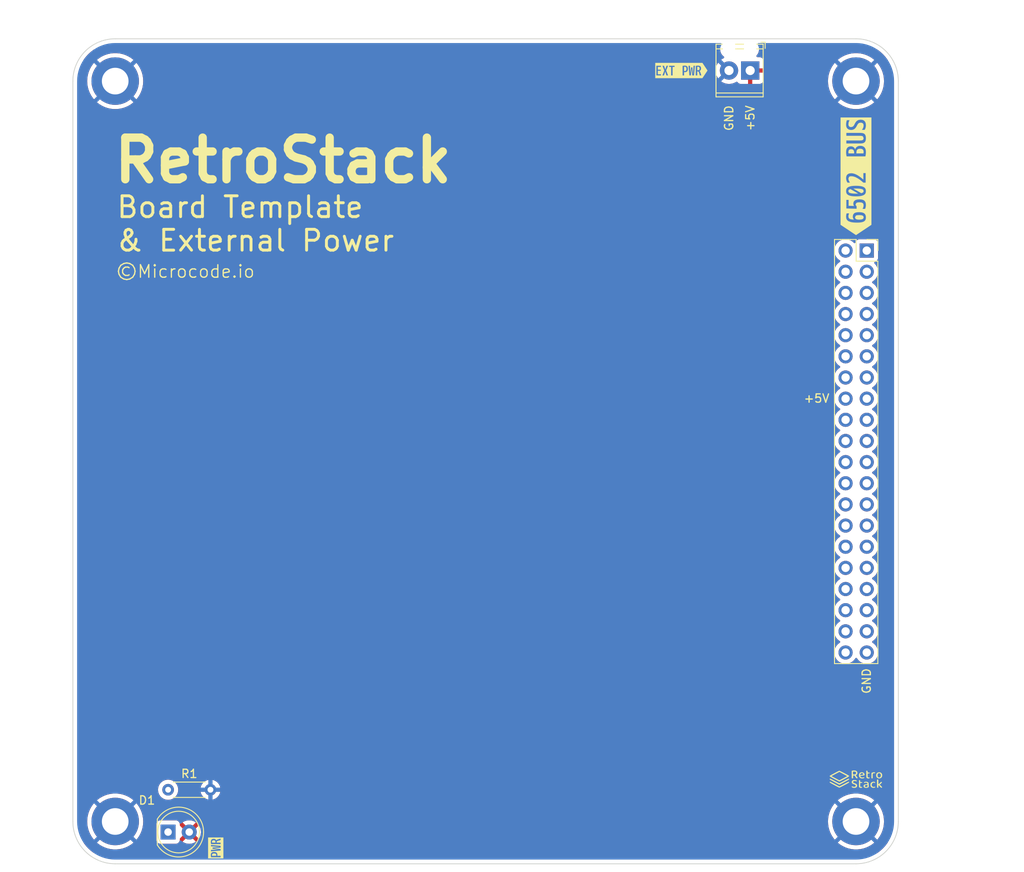
<source format=kicad_pcb>
(kicad_pcb (version 20211014) (generator pcbnew)
  (title_block (title "Retro Stack - PCB Template") (date "2023-04-01") (rev "0") (company "Microcode.io"))
  (layers (0 "F.Cu" signal) (31 "B.Cu" mixed) (34 "B.Paste" user) (35 "F.Paste" user) (36 "B.SilkS" user "B.Silkscreen") (37 "F.SilkS" user "F.Silkscreen") (38 "B.Mask" user) (39 "F.Mask" user) (44 "Edge.Cuts" user))
  (net 0 "")
  (net 1 "GND")
  (net 2 "/~{RES}")
  (net 3 "/VPB")
  (net 4 "/PHI2O")
  (net 5 "/RDY")
  (net 6 "/~{SO}")
  (net 7 "/PHI1O")
  (net 8 "/PHI2")
  (net 9 "/~{IRQ}")
  (net 10 "/BE")
  (net 11 "/~{ML}")
  (net 12 "/NC")
  (net 13 "/~{NMI}")
  (net 14 "/R{slash}~{W}")
  (net 15 "/SYNC")
  (net 16 "/D0")
  (net 17 "/D1")
  (net 18 "/A0")
  (net 19 "/D2")
  (net 20 "/A1")
  (net 21 "/D3")
  (net 22 "/A2")
  (net 23 "/D4")
  (net 24 "/A3")
  (net 25 "/D5")
  (net 26 "/A4")
  (net 27 "/D6")
  (net 28 "/A5")
  (net 29 "/D7")
  (net 30 "/A6")
  (net 31 "/A15")
  (net 32 "/A7")
  (net 33 "/A14")
  (net 34 "/A8")
  (net 35 "/A13")
  (net 36 "/A9")
  (net 37 "/A12")
  (net 38 "/A10")
  (net 39 "/A11")
  (net 40 "Net-(D1-Pad1)")
  (net 41 "+5V")
  (footprint "MountingHole:MountingHole_3.2mm_M3_ISO7380_Pad" (layer "F.Cu") (at 106.68 132.08)
    (fp_text reference "H4" hide)
    (fp_text value "M3" hide)
    (pad "1" thru_hole circle (at 0 0) (size 5.7 5.7) (drill 3.2) (layers *.Cu *.Mask) (net 1 "GND"))
  )
  (footprint "Resistor_THT:R_Axial_DIN0204_L3.6mm_D1.6mm_P5.08mm_Horizontal" (layer "F.Cu") (at 113.03 128.27)
    (fp_text reference "R1" (at 2.54 -1.92) (layer "F.SilkS"))
    (fp_text value "1k")
    (fp_line (start 0.62 0.92) (end 4.46 0.92) (layer "F.SilkS") (width 0.12))
    (fp_line (start 0.62 -0.92) (end 4.46 -0.92) (layer "F.SilkS") (width 0.12))
    (pad "1" thru_hole circle (at 0 0) (size 1.4 1.4) (drill 0.7) (layers *.Cu *.Mask) (net 40 "Net-(D1-Pad1)"))
    (pad "2" thru_hole oval (at 5.08 0) (size 1.4 1.4) (drill 0.7) (layers *.Cu *.Mask) (net 1 "GND"))
  )
  (footprint "MountingHole:MountingHole_3.2mm_M3_ISO7380_Pad" (layer "F.Cu") (at 106.68 43.18)
    (fp_text reference "H1" hide)
    (fp_text value "M3" hide)
    (pad "1" thru_hole circle (at 0 0) (size 5.7 5.7) (drill 3.2) (layers *.Cu *.Mask) (net 1 "GND"))
  )
  (footprint "RetroStack:RetroStackFullLogo13x10mm" (layer "F.Cu") (at 195.58 127)
    (fp_text reference "G***" hide)
    (fp_text value "LOGO" hide)
    (fp_poly (pts (xy 2.261066 -0.818034) (xy 2.292562 -0.791648) (xy 2.3 -0.759987) (xy 2.297396 -0.739213) (xy 2.284713 -0.726644) (xy 2.254648 -0.719251) (xy 2.199898 -0.714002) (xy 2.186868 -0.713052) (xy 2.122037 -0.708277) (xy 2.074235 -0.701522) (xy 2.040872 -0.688207) (xy 2.019359 -0.663753) (xy 2.007104 -0.623584) (xy 2.001518 -0.563119) (xy 2.00001 -0.477781) (xy 2 -0.382747) (xy 2 -0.1) (xy 1.93281 -0.1) (xy 1.885794 -0.105039) (xy 1.859286 -0.118173) (xy 1.857411 -0.121394) (xy 1.85501 -0.144322) (xy 1.853398 -0.194796) (xy 1.852641 -0.267038) (xy 1.852805 -0.355269) (xy 1.853768 -0.44192) (xy 1.858334 -0.741052) (xy 1.931201 -0.781231) (xy 2.024409 -0.816067) (xy 2.115977 -0.829416) (xy 2.202915 -0.830355)) (layer "F.SilkS") (width 0) (fill solid))
    (fp_poly (pts (xy 2.642064 0.051165) (xy 2.670578 0.073079) (xy 2.67479 0.095421) (xy 2.678409 0.14493) (xy 2.681162 0.215441) (xy 2.682774 0.300788) (xy 2.683078 0.354166) (xy 2.683895 0.443454) (xy 2.685986 0.519713) (xy 2.689084 0.57732) (xy 2.692923 0.610654) (xy 2.69552 0.616666) (xy 2.711255 0.60554) (xy 2.745589 0.575117) (xy 2.793712 0.529835) (xy 2.850818 0.474126) (xy 2.860558 0.464451) (xy 2.925057 0.401176) (xy 2.971446 0.358702) (xy 3.004481 0.333575) (xy 3.028916 0.322344) (xy 3.049509 0.321553) (xy 3.055594 0.322823) (xy 3.092235 0.344368) (xy 3.109596 0.370645) (xy 3.11142 0.390363) (xy 3.10188 0.413254) (xy 3.077265 0.444164) (xy 3.033861 0.487938) (xy 2.983783 0.53486) (xy 2.846152 0.661841) (xy 2.997624 0.807861) (xy 3.060885 0.869767) (xy 3.102779 0.913734) (xy 3.126643 0.944198) (xy 3.135818 0.965598) (xy 3.133639 0.982372) (xy 3.131791 0.986215) (xy 3.103796 1.022344) (xy 3.069283 1.034759) (xy 3.025962 1.022434) (xy 2.971548 0.984341) (xy 2.903753 0.919451) (xy 2.848261 0.858839) (xy 2.794512 0.798978) (xy 2.748374 0.749443) (xy 2.714406 0.714998) (xy 2.697166 0.700405) (xy 2.696437 0.700214) (xy 2.690932 0.715593) (xy 2.685723 0.75717) (xy 2.681543 0.817812) (xy 2.67977 0.8625) (xy 2.675 1.025) (xy 2.61359 1.030107) (xy 2.567408 1.028939) (xy 2.541326 1.012762) (xy 2.534424 1.002036) (xy 2.528557 0.973705) (xy 2.523794 0.913745) (xy 2.520195 0.823845) (xy 2.517821 0.705693) (xy 2.516733 0.560978) (xy 2.516667 0.510552) (xy 2.516753 0.375073) (xy 2.517188 0.269175) (xy 2.51824 0.189104) (xy 2.520175 0.131109) (xy 2.52326 0.091436) (xy 2.527761 0.066333) (xy 2.533946 0.052047) (xy 2.542081 0.044825) (xy 2.55 0.041666) (xy 2.595699 0.038503)) (layer "F.SilkS") (width 0) (fill solid))
    (fp_poly (pts (xy -0.153291 -1.04358) (xy -0.080175 -1.034459) (xy -0.079 -1.034216) (xy 0.021448 -0.999329) (xy 0.097918 -0.943153) (xy 0.14842 -0.868624) (xy 0.170965 -0.778674) (xy 0.163616 -0.676497) (xy 0.139542 -0.610618) (xy 0.093458 -0.55314) (xy 0.082126 -0.542559) (xy 0.042233 -0.509152) (xy 0.010986 -0.487675) (xy -0.000048 -0.483334) (xy -0.014006 -0.477758) (xy -0.012187 -0.458989) (xy 0.007037 -0.423969) (xy 0.04529 -0.369636) (xy 0.094543 -0.305264) (xy 0.149443 -0.231402) (xy 0.181409 -0.177944) (xy 0.190884 -0.141533) (xy 0.178312 -0.118812) (xy 0.144137 -0.106424) (xy 0.121243 -0.103267) (xy 0.093565 -0.102691) (xy 0.069062 -0.109801) (xy 0.043581 -0.128612) (xy 0.012971 -0.16314) (xy -0.026918 -0.217398) (xy -0.080237 -0.295402) (xy -0.08548 -0.303194) (xy -0.185365 -0.451744) (xy -0.263516 -0.446706) (xy -0.341666 -0.441667) (xy -0.346416 -0.270834) (xy -0.351166 -0.1) (xy -0.422805 -0.1) (xy -0.469388 -0.102383) (xy -0.500563 -0.108359) (xy -0.505555 -0.111112) (xy -0.508525 -0.130111) (xy -0.511195 -0.177949) (xy -0.513455 -0.250133) (xy -0.515194 -0.342168) (xy -0.516301 -0.44956) (xy -0.516666 -0.561524) (xy -0.516666 -0.690564) (xy -0.36446 -0.690564) (xy -0.363703 -0.63301) (xy -0.361112 -0.596005) (xy -0.359547 -0.58882) (xy -0.337728 -0.573908) (xy -0.292834 -0.566207) (xy -0.234249 -0.565352) (xy -0.171358 -0.570976) (xy -0.113547 -0.582715) (xy -0.070418 -0.60007) (xy -0.017107 -0.649686) (xy 0.009463 -0.712144) (xy 0.008467 -0.779324) (xy -0.020918 -0.843107) (xy -0.043227 -0.868168) (xy -0.068483 -0.888461) (xy -0.097007 -0.900534) (xy -0.137996 -0.90645) (xy -0.200643 -0.908275) (xy -0.222139 -0.908334) (xy -0.358333 -0.908334) (xy -0.36319 -0.759653) (xy -0.36446 -0.690564) (xy -0.516666 -0.690564) (xy -0.516666 -1.000826) (xy -0.471917 -1.017839) (xy -0.412077 -1.032619) (xy -0.331113 -1.042165) (xy -0.240894 -1.045984)) (layer "F.SilkS") (width 0) (fill solid))
    (fp_poly (pts (xy 0.808687 -0.818939) (xy 0.897882 -0.779928) (xy 0.967276 -0.719159) (xy 1.012927 -0.639851) (xy 1.029579 -0.566548) (xy 1.03215 -0.529102) (xy 1.028675 -0.501193) (xy 1.014754 -0.480577) (xy 0.98599 -0.465011) (xy 0.937983 -0.45225) (xy 0.866335 -0.440051) (xy 0.766646 -0.426171) (xy 0.75 -0.423938) (xy 0.669115 -0.412504) (xy 0.599618 -0.401558) (xy 0.548549 -0.392285) (xy 0.522946 -0.385875) (xy 0.522202 -0.385517) (xy 0.511899 -0.369184) (xy 0.519654 -0.335535) (xy 0.525163 -0.321788) (xy 0.565115 -0.267429) (xy 0.6286 -0.228233) (xy 0.708628 -0.205965) (xy 0.798209 -0.202389) (xy 0.890355 -0.219269) (xy 0.908109 -0.225123) (xy 0.955242 -0.237364) (xy 0.985699 -0.236338) (xy 0.989389 -0.233945) (xy 0.999012 -0.203816) (xy 0.987054 -0.165506) (xy 0.958685 -0.130724) (xy 0.9379 -0.117312) (xy 0.88707 -0.102706) (xy 0.815349 -0.093402) (xy 0.734831 -0.089903) (xy 0.65761 -0.092707) (xy 0.595781 -0.102315) (xy 0.593091 -0.103045) (xy 0.527181 -0.134928) (xy 0.461727 -0.188821) (xy 0.406629 -0.254768) (xy 0.371786 -0.322809) (xy 0.370497 -0.326934) (xy 0.353682 -0.425339) (xy 0.357783 -0.52758) (xy 0.35841 -0.530215) (xy 0.500062 -0.530215) (xy 0.503288 -0.500115) (xy 0.519818 -0.490521) (xy 0.554167 -0.493753) (xy 0.596917 -0.500236) (xy 0.660062 -0.509711) (xy 0.731021 -0.520292) (xy 0.741667 -0.521873) (xy 0.80894 -0.532935) (xy 0.849807 -0.543344) (xy 0.871025 -0.555788) (xy 0.879355 -0.572952) (xy 0.880025 -0.57687) (xy 0.871367 -0.618802) (xy 0.840603 -0.6638) (xy 0.796486 -0.702327) (xy 0.747768 -0.724848) (xy 0.743356 -0.725783) (xy 0.671822 -0.723974) (xy 0.604073 -0.696089) (xy 0.547812 -0.648318) (xy 0.51074 -0.586853) (xy 0.500062 -0.530215) (xy 0.35841 -0.530215) (xy 0.380866 -0.624511) (xy 0.420996 -0.706988) (xy 0.460748 -0.753532) (xy 0.531547 -0.797547) (xy 0.621346 -0.825215) (xy 0.703632 -0.832968)) (layer "F.SilkS") (width 0) (fill solid))
    (fp_poly (pts (xy -0.195578 0.102076) (xy -0.154369 0.103556) (xy -0.074032 0.108388) (xy -0.018744 0.116177) (xy 0.019758 0.128602) (xy 0.045631 0.144194) (xy 0.087059 0.186874) (xy 0.097398 0.228501) (xy 0.083857 0.257702) (xy 0.065239 0.271567) (xy 0.039157 0.266411) (xy 0.020423 0.257365) (xy -0.05542 0.22915) (xy -0.13407 0.218527) (xy -0.209078 0.224017) (xy -0.273991 0.244139) (xy -0.322358 0.277416) (xy -0.34773 0.322366) (xy -0.35 0.342315) (xy -0.341011 0.382841) (xy -0.311439 0.417863) (xy -0.257374 0.450339) (xy -0.174907 0.483227) (xy -0.154573 0.490143) (xy -0.042007 0.533774) (xy 0.040286 0.580924) (xy 0.095365 0.634589) (xy 0.126287 0.697762) (xy 0.136109 0.773436) (xy 0.136111 0.774776) (xy 0.121652 0.866574) (xy 0.078875 0.941235) (xy 0.008682 0.997661) (xy -0.075 1.031348) (xy -0.175213 1.046904) (xy -0.28469 1.044269) (xy -0.380519 1.025244) (xy -0.455796 0.99299) (xy -0.50181 0.953035) (xy -0.516666 0.909083) (xy -0.509198 0.866683) (xy -0.485118 0.850115) (xy -0.441911 0.858651) (xy -0.403981 0.876463) (xy -0.327648 0.905465) (xy -0.244732 0.91834) (xy -0.165381 0.915006) (xy -0.099742 0.895378) (xy -0.074932 0.879166) (xy -0.037944 0.828284) (xy -0.029578 0.770005) (xy -0.050172 0.713784) (xy -0.068262 0.692357) (xy -0.102462 0.669483) (xy -0.15843 0.642325) (xy -0.225871 0.615703) (xy -0.248564 0.607962) (xy -0.353099 0.56814) (xy -0.428048 0.525304) (xy -0.477156 0.476121) (xy -0.504168 0.417258) (xy -0.511504 0.373966) (xy -0.505913 0.284023) (xy -0.471392 0.210367) (xy -0.407231 0.151696) (xy -0.381578 0.136543) (xy -0.342352 0.117621) (xy -0.30497 0.106541) (xy -0.259392 0.101845)) (layer "F.SilkS") (width 0) (fill solid))
    (fp_poly (pts (xy -1.973982 -1.008368) (xy -1.925221 -0.987091) (xy -1.855298 -0.954082) (xy -1.768267 -0.91145) (xy -1.668182 -0.861305) (xy -1.559098 -0.805755) (xy -1.445067 -0.746911) (xy -1.330144 -0.686881) (xy -1.218383 -0.627774) (xy -1.113838 -0.5717) (xy -1.020561 -0.520768) (xy -0.942609 -0.477087) (xy -0.884033 -0.442767) (xy -0.848889 -0.419916) (xy -0.842929 -0.415071) (xy -0.827733 -0.39838) (xy -0.82047 -0.381808) (xy -0.823418 -0.363721) (xy -0.838853 -0.342487) (xy -0.869053 -0.31647) (xy -0.916295 -0.284039) (xy -0.982856 -0.24356) (xy -1.071014 -0.193398) (xy -1.183045 -0.131922) (xy -1.321227 -0.057497) (xy -1.400676 -0.015004) (xy -1.52694 0.051981) (xy -1.644937 0.11371) (xy -1.751229 0.168449) (xy -1.842375 0.214464) (xy -1.914935 0.25002) (xy -1.965471 0.273384) (xy -1.99054 0.282821) (xy -1.991666 0.282935) (xy -2.013483 0.275318) (xy -2.061181 0.253583) (xy -2.13132 0.219462) (xy -2.220457 0.174685) (xy -2.325151 0.120985) (xy -2.44196 0.060092) (xy -2.567442 -0.006261) (xy -2.582565 -0.01432) (xy -2.708404 -0.081896) (xy -2.825219 -0.145525) (xy -2.929662 -0.203318) (xy -3.018389 -0.253383) (xy -3.088051 -0.293828) (xy -3.135302 -0.322763) (xy -3.156796 -0.338298) (xy -3.15748 -0.339163) (xy -3.163461 -0.367179) (xy -2.932814 -0.367179) (xy -2.91863 -0.357638) (xy -2.879191 -0.334937) (xy -2.818784 -0.301363) (xy -2.741692 -0.259202) (xy -2.652202 -0.210739) (xy -2.554598 -0.15826) (xy -2.453166 -0.104052) (xy -2.352191 -0.0504) (xy -2.255957 0.000411) (xy -2.168751 0.046093) (xy -2.094856 0.084362) (xy -2.038559 0.112932) (xy -2.004144 0.129516) (xy -1.995569 0.132785) (xy -1.978239 0.125354) (xy -1.935195 0.104043) (xy -1.870086 0.070742) (xy -1.786566 0.027343) (xy -1.688286 -0.024265) (xy -1.578896 -0.082189) (xy -1.524736 -0.11103) (xy -1.411918 -0.171563) (xy -1.309189 -0.227351) (xy -1.22009 -0.27642) (xy -1.14816 -0.316794) (xy -1.096938 -0.346499) (xy -1.069963 -0.363558) (xy -1.066666 -0.366667) (xy -1.080817 -0.376982) (xy -1.120918 -0.400895) (xy -1.183444 -0.436438) (xy -1.264869 -0.481645) (xy -1.361667 -0.534549) (xy -1.470312 -0.593182) (xy -1.528253 -0.62418) (xy -1.98984 -0.87042) (xy -2.074086 -0.827418) (xy -2.116748 -0.805265) (xy -2.182002 -0.770911) (xy -2.263078 -0.727942) (xy -2.35321 -0.679943) (xy -2.425 -0.641555) (xy -2.521127 -0.590254) (xy -2.616937 -0.539469) (xy -2.70458 -0.493338) (xy -2.776205 -0.455997) (xy -2.8125 -0.437359) (xy -2.868298 -0.407998) (xy -2.910316 -0.383908) (xy -2.931547 -0.369178) (xy -2.932814 -0.367179) (xy -3.163461 -0.367179) (xy -3.165355 -0.376051) (xy -3.156888 -0.395834) (xy -3.1375 -0.411489) (xy -3.092415 -0.440107) (xy -3.025652 -0.47954) (xy -2.941227 -0.527641) (xy -2.843155 -0.582262) (xy -2.735453 -0.641254) (xy -2.622137 -0.702471) (xy -2.507224 -0.763764) (xy -2.39473 -0.822987) (xy -2.288672 -0.87799) (xy -2.193065 -0.926626) (xy -2.111926 -0.966748) (xy -2.049271 -0.996208) (xy -2.009117 -1.012858) (xy -1.997528 -1.015805)) (layer "F.SilkS") (width 0) (fill solid))
    (fp_poly (pts (xy 1.345427 -1.013298) (xy 1.370305 -0.999211) (xy 1.383746 -0.973916) (xy 1.394659 -0.928125) (xy 1.399916 -0.872495) (xy 1.4 -0.865582) (xy 1.4 -0.8) (xy 1.51719 -0.8) (xy 1.58211 -0.798361) (xy 1.62081 -0.792447) (xy 1.64029 -0.780763) (xy 1.644842 -0.772735) (xy 1.648784 -0.7348) (xy 1.625523 -0.708484) (xy 1.573242 -0.692622) (xy 1.51076 -0.686739) (xy 1.4 -0.681811) (xy 1.4 -0.467946) (xy 1.400786 -0.369836) (xy 1.405001 -0.300179) (xy 1.415427 -0.254103) (xy 1.434849 -0.226735) (xy 1.46605 -0.213201) (xy 1.511814 -0.208629) (xy 1.548397 -0.208158) (xy 1.608007 -0.204931) (xy 1.636697 -0.195253) (xy 1.64 -0.187325) (xy 1.636565 -0.151084) (xy 1.635834 -0.144342) (xy 1.617492 -0.117188) (xy 1.575057 -0.097595) (xy 1.517149 -0.086734) (xy 1.452388 -0.085772) (xy 1.389395 -0.095879) (xy 1.358334 -0.106709) (xy 1.310959 -0.134893) (xy 1.275 -0.166106) (xy 1.264535 -0.179768) (xy 1.256418 -0.197253) (xy 1.250279 -0.222824) (xy 1.245747 -0.260743) (xy 1.242451 -0.315272) (xy 1.240023 -0.390673) (xy 1.238091 -0.491208) (xy 1.236427 -0.610049) (xy 1.231187 -1.016667) (xy 1.29934 -1.016667)) (layer "F.SilkS") (width 0) (fill solid))
    (fp_poly (pts (xy 0.453064 0.12243) (xy 0.480764 0.143329) (xy 0.496443 0.187692) (xy 0.503169 0.250505) (xy 0.508334 0.341666) (xy 0.630201 0.346584) (xy 0.692708 0.34956) (xy 0.728712 0.354135) (xy 0.745017 0.363225) (xy 0.748427 0.379747) (xy 0.746868 0.396584) (xy 0.742213 0.420292) (xy 0.730012 0.434541) (xy 0.702681 0.442654) (xy 0.652638 0.447954) (xy 0.625 0.45) (xy 0.508334 0.458333) (xy 0.503667 0.660896) (xy 0.499 0.86346) (xy 0.545333 0.900019) (xy 0.585586 0.924203) (xy 0.630036 0.930054) (xy 0.661775 0.927041) (xy 0.716088 0.924913) (xy 0.74297 0.938622) (xy 0.745305 0.970144) (xy 0.742062 0.982089) (xy 0.714742 1.016983) (xy 0.663949 1.038757) (xy 0.597343 1.046194) (xy 0.522585 1.038077) (xy 0.475 1.024519) (xy 0.433282 1.009722) (xy 0.407771 1.001115) (xy 0.404595 1.00025) (xy 0.395302 0.986986) (xy 0.377555 0.954909) (xy 0.37512 0.950232) (xy 0.366693 0.928894) (xy 0.360438 0.899052) (xy 0.356145 0.856365) (xy 0.353603 0.796491) (xy 0.352601 0.715088) (xy 0.352927 0.607815) (xy 0.353859 0.512732) (xy 0.358334 0.125) (xy 0.409753 0.119982)) (layer "F.SilkS") (width 0) (fill solid))
    (fp_poly (pts (xy 2.163992 0.310053) (xy 2.227956 0.327846) (xy 2.276008 0.356899) (xy 2.302605 0.392247) (xy 2.302199 0.428923) (xy 2.300539 0.432326) (xy 2.286953 0.452178) (xy 2.268828 0.455959) (xy 2.234826 0.444633) (xy 2.221322 0.439055) (xy 2.135328 0.41905) (xy 2.053657 0.429469) (xy 1.982382 0.468) (xy 1.927575 0.532331) (xy 1.915636 0.555465) (xy 1.887943 0.648759) (xy 1.889097 0.735229) (xy 1.915644 0.810644) (xy 1.964133 0.87077) (xy 2.031111 0.911377) (xy 2.113126 0.928231) (xy 2.206725 0.917101) (xy 2.209911 0.916225) (xy 2.270874 0.905546) (xy 2.305422 0.9151) (xy 2.313671 0.944942) (xy 2.309669 0.962459) (xy 2.282721 0.99648) (xy 2.231049 1.022238) (xy 2.162588 1.038142) (xy 2.085271 1.042602) (xy 2.007034 1.03403) (xy 1.982313 1.028055) (xy 1.884977 0.988153) (xy 1.812558 0.928593) (xy 1.766026 0.857009) (xy 1.741473 0.778154) (xy 1.733076 0.685294) (xy 1.740286 0.590634) (xy 1.762553 0.506378) (xy 1.783667 0.464738) (xy 1.851801 0.390088) (xy 1.940525 0.337384) (xy 2.043219 0.309318) (xy 2.153263 0.308583)) (layer "F.SilkS") (width 0) (fill solid))
    (fp_poly (pts (xy -0.839553 -0.044978) (xy -0.819548 -0.01109) (xy -0.825541 0.027232) (xy -0.826696 0.029166) (xy -0.844228 0.042137) (xy -0.887311 0.06856) (xy -0.952032 0.1063) (xy -1.034478 0.153221) (xy -1.130737 0.207189) (xy -1.236894 0.266069) (xy -1.349036 0.327726) (xy -1.463251 0.390025) (xy -1.575626 0.45083) (xy -1.682246 0.508007) (xy -1.779199 0.559421) (xy -1.862572 0.602937) (xy -1.928452 0.63642) (xy -1.972925 0.657734) (xy -1.991666 0.664766) (xy -2.009604 0.657253) (xy -2.053576 0.635597) (xy -2.120297 0.601508) (xy -2.206481 0.556699) (xy -2.308839 0.502879) (xy -2.424086 0.44176) (xy -2.548936 0.375052) (xy -2.573578 0.36183) (xy -2.700246 0.293325) (xy -2.817944 0.228723) (xy -2.923353 0.169919) (xy -3.013151 0.118805) (xy -3.08402 0.077276) (xy -3.132637 0.047225) (xy -3.155683 0.030547) (xy -3.156826 0.029166) (xy -3.164102 -0.009126) (xy -3.145367 -0.043696) (xy -3.10702 -0.063019) (xy -3.105527 -0.063258) (xy -3.083517 -0.056816) (xy -3.035823 -0.036279) (xy -2.966075 -0.003428) (xy -2.877899 0.03996) (xy -2.774925 0.092106) (xy -2.660781 0.15123) (xy -2.565563 0.201455) (xy -2.444824 0.265563) (xy -2.33231 0.325161) (xy -2.231694 0.378314) (xy -2.146651 0.423086) (xy -2.080852 0.457544) (xy -2.037971 0.479752) (xy -2.022884 0.487287) (xy -2.009377 0.489453) (xy -1.987811 0.485558) (xy -1.955381 0.474278) (xy -1.909281 0.454292) (xy -1.846706 0.424277) (xy -1.764852 0.382911) (xy -1.660913 0.328871) (xy -1.532085 0.260836) (xy -1.450504 0.217451) (xy -1.317178 0.147057) (xy -1.196101 0.08437) (xy -1.090231 0.030845) (xy -1.002529 -0.012063) (xy -0.935952 -0.042898) (xy -0.893461 -0.060205) (xy -0.879322 -0.063457)) (layer "F.SilkS") (width 0) (fill solid))
    (fp_poly (pts (xy -0.839547 0.321701) (xy -0.819542 0.35561) (xy -0.825525 0.393944) (xy -0.826651 0.395833) (xy -0.846907 0.412645) (xy -0.892913 0.442254) (xy -0.960625 0.48251) (xy -1.045997 0.531262) (xy -1.144987 0.586361) (xy -1.253549 0.645656) (xy -1.367639 0.706998) (xy -1.483213 0.768235) (xy -1.596226 0.827217) (xy -1.702635 0.881795) (xy -1.798395 0.929817) (xy -1.879462 0.969135) (xy -1.941791 0.997597) (xy -1.981338 1.013053) (xy -1.991666 1.015237) (xy -2.02536 1.006835) (xy -2.084545 0.982871) (xy -2.166048 0.9448) (xy -2.266698 0.894075) (xy -2.340328 0.855307) (xy -2.520112 0.759206) (xy -2.672624 0.677468) (xy -2.799991 0.608745) (xy -2.904338 0.551687) (xy -2.987793 0.504946) (xy -3.052482 0.467173) (xy -3.10053 0.437018) (xy -3.134064 0.413133) (xy -3.155211 0.394169) (xy -3.166097 0.378776) (xy -3.168848 0.365607) (xy -3.16559 0.353312) (xy -3.158449 0.340543) (xy -3.156546 0.3375) (xy -3.126434 0.310758) (xy -3.106213 0.303498) (xy -3.084551 0.310013) (xy -3.037114 0.330691) (xy -2.967421 0.363791) (xy -2.878992 0.40757) (xy -2.775346 0.460289) (xy -2.660003 0.520205) (xy -2.541941 0.582665) (xy -2.419329 0.647844) (xy -2.305734 0.707755) (xy -2.204561 0.760636) (xy -2.119218 0.804728) (xy -2.053114 0.838269) (xy -2.009655 0.859498) (xy -1.992359 0.866661) (xy -1.974146 0.85904) (xy -1.930006 0.83736) (xy -1.863347 0.803387) (xy -1.777577 0.75889) (xy -1.676106 0.705636) (xy -1.562341 0.645393) (xy -1.444255 0.582375) (xy -1.311497 0.511907) (xy -1.191101 0.449259) (xy -1.086021 0.39589) (xy -0.999212 0.35326) (xy -0.933627 0.32283) (xy -0.892222 0.306059) (xy -0.87929 0.303214)) (layer "F.SilkS") (width 0) (fill solid))
    (fp_poly (pts (xy 2.867562 -0.82753) (xy 2.914372 -0.812512) (xy 2.953661 -0.794319) (xy 3.039479 -0.734628) (xy 3.101267 -0.654119) (xy 3.137451 -0.556608) (xy 3.146461 -0.445909) (xy 3.134318 -0.355986) (xy 3.097142 -0.258674) (xy 3.036427 -0.180586) (xy 2.95726 -0.123871) (xy 2.864728 -0.090675) (xy 2.763919 -0.083146) (xy 2.659921 -0.10343) (xy 2.598309 -0.12974) (xy 2.514201 -0.191161) (xy 2.455575 -0.273504) (xy 2.423294 -0.37522) (xy 2.41683 -0.45607) (xy 2.422821 -0.510619) (xy 2.58493 -0.510619) (xy 2.58621 -0.437558) (xy 2.590412 -0.372825) (xy 2.597705 -0.330759) (xy 2.612183 -0.300706) (xy 2.637938 -0.272015) (xy 2.656462 -0.254725) (xy 2.698059 -0.219807) (xy 2.731524 -0.204072) (xy 2.77135 -0.202227) (xy 2.794231 -0.204408) (xy 2.848482 -0.216618) (xy 2.893641 -0.236915) (xy 2.902977 -0.243863) (xy 2.950479 -0.30679) (xy 2.977128 -0.386224) (xy 2.983163 -0.473156) (xy 2.96882 -0.558577) (xy 2.934338 -0.633475) (xy 2.891439 -0.680535) (xy 2.82829 -0.710809) (xy 2.757804 -0.714418) (xy 2.689337 -0.693554) (xy 2.632242 -0.650405) (xy 2.606918 -0.61393) (xy 2.591285 -0.569704) (xy 2.58493 -0.510619) (xy 2.422821 -0.510619) (xy 2.429896 -0.575031) (xy 2.468028 -0.672696) (xy 2.530242 -0.74796) (xy 2.615553 -0.799719) (xy 2.722976 -0.826868) (xy 2.749512 -0.82943) (xy 2.817568 -0.832317)) (layer "F.SilkS") (width 0) (fill solid))
    (fp_poly (pts (xy 1.293618 0.312272) (xy 1.380764 0.335911) (xy 1.451031 0.373758) (xy 1.497414 0.423812) (xy 1.501403 0.43127) (xy 1.510177 0.464954) (xy 1.518112 0.523606) (xy 1.524783 0.598865) (xy 1.529765 0.682371) (xy 1.532636 0.76576) (xy 1.532969 0.840672) (xy 1.530342 0.898745) (xy 1.526456 0.925131) (xy 1.500496 0.964923) (xy 1.448607 0.998504) (xy 1.377868 1.024305) (xy 1.295357 1.040758) (xy 1.208153 1.046297) (xy 1.123337 1.039353) (xy 1.069481 1.026326) (xy 0.995418 0.994056) (xy 0.947065 0.951138) (xy 0.917014 0.890709) (xy 0.914525 0.882757) (xy 0.906234 0.805155) (xy 1.063808 0.805155) (xy 1.069097 0.857504) (xy 1.097222 0.901016) (xy 1.099763 0.903159) (xy 1.144439 0.92322) (xy 1.207914 0.932837) (xy 1.277092 0.931255) (xy 1.33888 0.917715) (xy 1.340582 0.917079) (xy 1.364445 0.905094) (xy 1.377277 0.886203) (xy 1.382447 0.851212) (xy 1.383334 0.800412) (xy 1.383334 0.7) (xy 1.304167 0.700092) (xy 1.223198 0.705887) (xy 1.152031 0.72145) (xy 1.099884 0.744338) (xy 1.083054 0.758669) (xy 1.063808 0.805155) (xy 0.906234 0.805155) (xy 0.906211 0.804938) (xy 0.926908 0.734455) (xy 0.974048 0.678684) (xy 0.989303 0.668127) (xy 1.042469 0.646133) (xy 1.123728 0.627224) (xy 1.200742 0.615748) (xy 1.270204 0.606721) (xy 1.326879 0.598221) (xy 1.362798 0.5915) (xy 1.370834 0.589007) (xy 1.383852 0.563943) (xy 1.375597 0.524891) (xy 1.348759 0.481033) (xy 1.334616 0.465384) (xy 1.300059 0.435917) (xy 1.264141 0.42136) (xy 1.21283 0.416813) (xy 1.195044 0.416666) (xy 1.127557 0.421435) (xy 1.060781 0.433511) (xy 1.03555 0.440884) (xy 0.992691 0.454957) (xy 0.971174 0.455414) (xy 0.960939 0.439819) (xy 0.955997 0.421624) (xy 0.954904 0.385047) (xy 0.975297 0.357181) (xy 1.021119 0.335056) (xy 1.096315 0.315701) (xy 1.096696 0.315622) (xy 1.196594 0.304842)) (layer "F.SilkS") (width 0) (fill solid))
  )
  (footprint "kibuzzard-642C36EF" (layer "F.Cu") (at 174.625 41.91)
    (fp_text reference "kibuzzard-642C36EF" hide)
    (fp_text value "G***" hide)
    (fp_poly (pts (xy 0.608365 -0.200025) (xy 0.596657 -0.313531) (xy 0.561534 -0.390525) (xy 0.501804 -0.434578) (xy 0.416278 -0.449263) (xy 0.324203 -0.436562) (xy 0.324203 0.0508) (xy 0.416278 0.061913) (xy 0.501804 0.04703) (xy 0.561534 0.002381) (xy 0.596657 -0.077986) (xy 0.608365 -0.200025)) (layer "F.SilkS") (width 0) (fill solid))
    (fp_poly (pts (xy 1.903765 -0.03175) (xy 1.965678 -0.03175) (xy 2.068865 -0.043656) (xy 2.137128 -0.079375) (xy 2.175228 -0.143669) (xy 2.187928 -0.2413) (xy 2.176022 -0.334764) (xy 2.140303 -0.399256) (xy 2.080375 -0.436761) (xy 1.99584 -0.449263) (xy 1.903765 -0.436562) (xy 1.903765 -0.03175)) (layer "F.SilkS") (width 0) (fill solid))
    (fp_poly (pts (xy -3.004785 -0.918104) (xy -3.137076 -0.918104) (xy -3.137076 0.918104) (xy -3.004785 0.918104) (xy -2.44916 0.918104) (xy -2.44916 0.587375) (xy -3.004785 0.587375) (xy -3.004785 -0.5715) (xy -2.44916 -0.5715) (xy -2.44916 -0.433388) (xy -2.826985 -0.433388) (xy -2.826985 -0.103187) (xy -2.465035 -0.103187) (xy -2.465035 0.03175) (xy -2.826985 0.03175) (xy -2.826985 0.449263) (xy -2.44916 0.449263) (xy -2.44916 0.587375) (xy -2.44916 0.918104) (xy -1.599847 0.918104) (xy -1.599847 0.587375) (xy -1.793522 0.587375) (xy -1.939572 0.123825) (xy -1.942747 0.123825) (xy -2.08721 0.587375) (xy -2.274535 0.587375) (xy -2.047522 -0.003175) (xy -2.269772 -0.5715) (xy -2.08086 -0.5715) (xy -1.936397 -0.127) (xy -1.933222 -0.127) (xy -1.787172 -0.5715) (xy -1.603022 -0.5715) (xy -1.825272 -0.003175) (xy -1.599847 0.587375) (xy -1.599847 0.918104) (xy -1.053747 0.918104) (xy -1.053747 0.587375) (xy -1.231547 0.587375) (xy -1.231547 -0.433388) (xy -1.468085 -0.433388) (xy -1.468085 -0.5715) (xy -0.81721 -0.5715) (xy -0.81721 -0.433388) (xy -1.053747 -0.433388) (xy -1.053747 0.587375) (xy -1.053747 0.918104) (xy 0.324203 0.918104) (xy 0.324203 0.587375) (xy 0.146403 0.587375) (xy 0.146403 -0.555625) (xy 0.23495 -0.573264) (xy 0.324908 -0.583847) (xy 0.416278 -0.587375) (xy 0.531812 -0.577233) (xy 0.624417 -0.546806) (xy 0.69409 -0.496094) (xy 0.742597 -0.422628) (xy 0.771701 -0.323938) (xy 0.781403 -0.200025) (xy 0.771437 -0.073907) (xy 0.741539 0.027164) (xy 0.691709 0.103188) (xy 0.621242 0.156104) (xy 0.529431 0.187854) (xy 0.416278 0.198438) (xy 0.324203 0.1905) (xy 0.324203 0.587375) (xy 0.324203 0.918104) (xy 1.516415 0.918104) (xy 1.516415 0.587375) (xy 1.31004 0.587375) (xy 1.230665 -0.1905) (xy 1.225903 -0.1905) (xy 1.13224 0.587375) (xy 0.96079 0.587375) (xy 0.857603 -0.5715) (xy 1.027465 -0.5715) (xy 1.083028 0.309563) (xy 1.086203 0.309563) (xy 1.173515 -0.381) (xy 1.314803 -0.381) (xy 1.39894 0.420688) (xy 1.402115 0.420688) (xy 1.460853 -0.5715) (xy 1.619603 -0.5715) (xy 1.516415 0.587375) (xy 1.516415 0.918104) (xy 2.392715 0.918104) (xy 2.392715 0.587375) (xy 2.210153 0.587375) (xy 2.118078 0.254) (xy 2.092082 0.181967) (xy 2.061722 0.137319) (xy 1.965678 0.106363) (xy 1.903765 0.106363) (xy 1.903765 0.587375) (xy 1.725965 0.587375) (xy 1.725965 -0.555625) (xy 1.814512 -0.573264) (xy 1.904471 -0.583847) (xy 1.99584 -0.587375) (xy 2.110581 -0.578115) (xy 2.202921 -0.550333) (xy 2.272859 -0.504031) (xy 2.321807 -0.437797) (xy 2.351176 -0.35022) (xy 2.360965 -0.2413) (xy 2.349853 -0.137517) (xy 2.316515 -0.053181) (xy 2.260953 0.011708) (xy 2.183165 0.05715) (xy 2.183165 0.060325) (xy 2.24349 0.138906) (xy 2.29429 0.263525) (xy 2.392715 0.587375) (xy 2.392715 0.918104) (xy 2.525007 0.918104) (xy 3.137076 0) (xy 2.525007 -0.918104) (xy 2.392715 -0.918104) (xy -3.004785 -0.918104)) (layer "F.SilkS") (width 0) (fill solid))
  )
  (footprint "kibuzzard-642C367F" (layer "F.Cu") (at 118.745 135.255 90)
    (fp_text reference "kibuzzard-642C367F" hide)
    (fp_text value "G***" hide)
    (fp_poly (pts (xy -1.123156 -0.918104) (xy -1.255448 -0.918104) (xy -1.255448 0.918104) (xy -1.123156 0.918104) (xy -0.945356 0.918104) (xy -0.945356 0.587375) (xy -1.123156 0.587375) (xy -1.123156 -0.555625) (xy -1.034609 -0.573264) (xy -0.944651 -0.583847) (xy -0.853281 -0.587375) (xy -0.737747 -0.577233) (xy -0.645142 -0.546806) (xy -0.575469 -0.496094) (xy -0.526962 -0.422628) (xy -0.497858 -0.323938) (xy -0.488156 -0.200025) (xy -0.498122 -0.073907) (xy -0.52802 0.027164) (xy -0.57785 0.103188) (xy -0.648317 0.156104) (xy -0.740128 0.187854) (xy -0.853281 0.198438) (xy -0.945356 0.1905) (xy -0.945356 0.587375) (xy -0.945356 0.918104) (xy 0.246856 0.918104) (xy 0.246856 0.587375) (xy 0.040481 0.587375) (xy -0.038894 -0.1905) (xy -0.043656 -0.1905) (xy -0.137319 0.587375) (xy -0.308769 0.587375) (xy -0.411956 -0.5715) (xy -0.242094 -0.5715) (xy -0.186531 0.309563) (xy -0.183356 0.309563) (xy -0.096044 -0.381) (xy 0.045244 -0.381) (xy 0.129381 0.420688) (xy 0.132556 0.420688) (xy 0.191294 -0.5715) (xy 0.350044 -0.5715) (xy 0.246856 0.587375) (xy 0.246856 0.918104) (xy 1.123156 0.918104) (xy 1.123156 0.587375) (xy 0.940594 0.587375) (xy 0.848519 0.254) (xy 0.822523 0.181967) (xy 0.792163 0.137319) (xy 0.696119 0.106363) (xy 0.634206 0.106363) (xy 0.634206 0.587375) (xy 0.456406 0.587375) (xy 0.456406 -0.555625) (xy 0.544953 -0.573264) (xy 0.634912 -0.583847) (xy 0.726281 -0.587375) (xy 0.841022 -0.578115) (xy 0.933362 -0.550333) (xy 1.0033 -0.504031) (xy 1.052248 -0.437797) (xy 1.081617 -0.35022) (xy 1.091406 -0.2413) (xy 1.080294 -0.137517) (xy 1.046956 -0.053181) (xy 0.991394 0.011708) (xy 0.913606 0.05715) (xy 0.913606 0.060325) (xy 0.973931 0.138906) (xy 1.024731 0.263525) (xy 1.123156 0.587375) (xy 1.123156 0.918104) (xy 1.255448 0.918104) (xy 1.255448 -0.918104) (xy 1.123156 -0.918104) (xy -1.123156 -0.918104)) (layer "F.SilkS") (width 0) (fill solid))
    (fp_poly (pts (xy 0.634206 -0.03175) (xy 0.696119 -0.03175) (xy 0.799306 -0.043656) (xy 0.867569 -0.079375) (xy 0.905669 -0.143669) (xy 0.918369 -0.2413) (xy 0.906463 -0.334764) (xy 0.870744 -0.399256) (xy 0.810816 -0.436761) (xy 0.726281 -0.449263) (xy 0.634206 -0.436562) (xy 0.634206 -0.03175)) (layer "F.SilkS") (width 0) (fill solid))
    (fp_poly (pts (xy -0.661194 -0.200025) (xy -0.672902 -0.313531) (xy -0.708025 -0.390525) (xy -0.767755 -0.434578) (xy -0.853281 -0.449263) (xy -0.945356 -0.436562) (xy -0.945356 0.0508) (xy -0.853281 0.061913) (xy -0.767755 0.04703) (xy -0.708025 0.002381) (xy -0.672902 -0.077986) (xy -0.661194 -0.200025)) (layer "F.SilkS") (width 0) (fill solid))
  )
  (footprint "kibuzzard-642888DE" (layer "F.Cu") (at 195.58 54.61 90)
    (fp_text reference "kibuzzard-642888DE" hide)
    (fp_text value "G***" hide)
    (fp_poly (pts (xy -2.073451 0.263525) (xy -1.530526 -0.67945) (xy -1.625776 -0.868362) (xy -1.775001 -0.923925) (xy -1.941689 -0.8509) (xy -1.997648 -0.744537) (xy -2.041701 -0.5715) (xy -2.062868 -0.416278) (xy -2.075568 -0.225778) (xy -2.079801 0) (xy -2.073451 0.263525)) (layer "F.SilkS") (width 0) (fill solid))
    (fp_poly (pts (xy 2.746199 -0.22225) (xy 2.838274 -0.22225) (xy 3.025599 -0.244078) (xy 3.155774 -0.309562) (xy 3.231974 -0.423466) (xy 3.257374 -0.59055) (xy 3.218215 -0.772231) (xy 3.10074 -0.881239) (xy 2.904949 -0.917575) (xy 2.746199 -0.892175) (xy 2.746199 -0.22225)) (layer "F.SilkS") (width 0) (fill solid))
    (fp_poly (pts (xy -2.032176 0.635) (xy -1.933751 0.858838) (xy -1.775001 0.923925) (xy -1.608314 0.8509) (xy -1.552355 0.744538) (xy -1.508301 0.5715) (xy -1.487135 0.416278) (xy -1.474435 0.225778) (xy -1.470201 0) (xy -1.472583 -0.172244) (xy -1.479726 -0.320675) (xy -2.032176 0.635)) (layer "F.SilkS") (width 0) (fill solid))
    (fp_poly (pts (xy -4.937301 0.917575) (xy -4.809111 0.889397) (xy -4.722989 0.804862) (xy -4.674173 0.640159) (xy -4.657901 0.371475) (xy -4.672586 0.131763) (xy -4.716639 -0.015875) (xy -4.918251 -0.117475) (xy -5.045648 -0.090091) (xy -5.135739 -0.007937) (xy -5.189317 0.138509) (xy -5.207176 0.358775) (xy -5.190905 0.625078) (xy -5.142089 0.795338) (xy -5.058348 0.887016) (xy -4.937301 0.917575)) (layer "F.SilkS") (width 0) (fill solid))
    (fp_poly (pts (xy 3.314524 0.485775) (xy 3.28833 0.288131) (xy 3.209749 0.1524) (xy 3.074811 0.073819) (xy 2.879549 0.047625) (xy 2.746199 0.047625) (xy 2.746199 0.892175) (xy 2.923999 0.917575) (xy 3.095845 0.891778) (xy 3.217686 0.814388) (xy 3.290314 0.680641) (xy 3.314524 0.485775)) (layer "F.SilkS") (width 0) (fill solid))
    (fp_poly (pts (xy -5.562776 -1.852083) (xy -5.82736 -1.852083) (xy -7.062082 0) (xy -5.82736 1.852083) (xy -5.562776 1.852083) (xy -4.937301 1.852083) (xy -4.937301 1.190625) (xy -5.13693 1.1684) (xy -5.291314 1.101725) (xy -5.407598 0.977106) (xy -5.492926 0.78105) (xy -5.531732 0.607131) (xy -5.555015 0.394406) (xy -5.562776 0.142875) (xy -5.557815 -0.09783) (xy -5.542933 -0.311944) (xy -5.518128 -0.499467) (xy -5.483401 -0.6604) (xy -5.38577 -0.911225) (xy -5.251626 -1.07315) (xy -5.07462 -1.161256) (xy -4.848401 -1.190625) (xy -4.645995 -1.17475) (xy -4.451526 -1.127125) (xy -4.451526 -0.8255) (xy -4.626945 -0.892175) (xy -4.810301 -0.9144) (xy -4.98453 -0.880269) (xy -5.100814 -0.777875) (xy -5.151085 -0.658989) (xy -5.185481 -0.484364) (xy -5.204001 -0.254) (xy -5.197651 -0.254) (xy -5.034139 -0.356394) (xy -4.854751 -0.390525) (xy -4.607895 -0.346869) (xy -4.438826 -0.2159) (xy -4.366507 -0.073025) (xy -4.323115 0.122767) (xy -4.308651 0.371475) (xy -4.325761 0.637646) (xy -4.37709 0.847725) (xy -4.462639 1.001713) (xy -4.583818 1.106664) (xy -4.742039 1.169635) (xy -4.937301 1.190625) (xy -4.937301 1.852083) (xy -3.457751 1.852083) (xy -3.457751 1.190625) (xy -3.693495 1.166813) (xy -3.911776 1.095375) (xy -3.911776 0.79375) (xy -3.695083 0.884238) (xy -3.483151 0.9144) (xy -3.321226 0.887016) (xy -3.210101 0.804862) (xy -3.145808 0.654447) (xy -3.124376 0.422275) (xy -3.139458 0.202009) (xy -3.184701 0.055563) (xy -3.372026 -0.053975) (xy -3.49347 -0.022225) (xy -3.603801 0.073025) (xy -3.895901 0.073025) (xy -3.864151 -1.158875) (xy -2.832276 -1.158875) (xy -2.832276 -0.885825) (xy -3.540301 -0.885825) (xy -3.562526 -0.244475) (xy -3.556176 -0.244475) (xy -3.427589 -0.304006) (xy -3.276776 -0.32385) (xy -3.093896 -0.294005) (xy -2.951656 -0.20447) (xy -2.850056 -0.055245) (xy -2.789096 0.15367) (xy -2.768776 0.422275) (xy -2.787121 0.671336) (xy -2.842154 0.868186) (xy -2.933876 1.012825) (xy -3.065462 1.111603) (xy -3.240087 1.170869) (xy -3.457751 1.190625) (xy -3.457751 1.852083) (xy -1.775001 1.852083) (xy -1.775001 1.190625) (xy -1.972645 1.164828) (xy -2.127426 1.087438) (xy -2.246092 0.943769) (xy -2.335389 0.719138) (xy -2.37684 0.521406) (xy -2.401711 0.281693) (xy -2.410001 0) (xy -2.401711 -0.281693) (xy -2.37684 -0.521406) (xy -2.335389 -0.719137) (xy -2.246092 -0.943769) (xy -2.127426 -1.087437) (xy -1.972645 -1.164828) (xy -1.775001 -1.190625) (xy -1.577358 -1.164828) (xy -1.422576 -1.087437) (xy -1.303911 -0.943769) (xy -1.214614 -0.719137) (xy -1.173163 -0.521406) (xy -1.148292 -0.281693) (xy -1.140001 0) (xy -1.148292 0.281693) (xy -1.173163 0.521406) (xy -1.214614 0.719138) (xy -1.303911 0.943769) (xy -1.422576 1.087438) (xy -1.577358 1.164828) (xy -1.775001 1.190625) (xy -1.775001 1.852083) (xy 0.383999 1.852083) (xy 0.383999 1.158875) (xy -0.759001 1.158875) (xy -0.759001 0.88265) (xy -0.555153 0.645691) (xy -0.382667 0.41923) (xy -0.241541 0.203265) (xy -0.131777 -0.002203) (xy -0.053374 -0.197174) (xy -0.006332 -0.381648) (xy 0.009349 -0.555625) (xy -0.007717 -0.71755) (xy -0.058914 -0.828675) (xy -0.266876 -0.9144) (xy -0.416101 -0.893586) (xy -0.580143 -0.831144) (xy -0.759001 -0.727075) (xy -0.759001 -1.025525) (xy -0.583318 -1.117247) (xy -0.394935 -1.172281) (xy -0.193851 -1.190625) (xy 0.047052 -1.151334) (xy 0.223661 -1.033462) (xy 0.332008 -0.839391) (xy 0.368124 -0.5715) (xy 0.348192 -0.370417) (xy 0.288396 -0.156633) (xy 0.188736 0.06985) (xy 0.085251 0.251222) (xy -0.045817 0.446088) (xy -0.204468 0.654447) (xy -0.390701 0.8763) (xy -0.390701 0.88265) (xy 0.383999 0.88265) (xy 0.383999 1.158875) (xy 0.383999 1.852083) (xy 2.923999 1.852083) (xy 2.923999 1.190625) (xy 2.743376 1.183569) (xy 2.565576 1.162403) (xy 2.390599 1.127125) (xy 2.390599 -1.127125) (xy 2.643011 -1.17475) (xy 2.904949 -1.190625) (xy 3.154123 -1.167511) (xy 3.347925 -1.098169) (xy 3.486355 -0.982599) (xy 3.569413 -0.820801) (xy 3.597099 -0.612775) (xy 3.572095 -0.433388) (xy 3.497086 -0.282575) (xy 3.380802 -0.169862) (xy 3.231974 -0.104775) (xy 3.231974 -0.1016) (xy 3.400645 -0.034131) (xy 3.538361 0.098425) (xy 3.630039 0.2794) (xy 3.660599 0.492125) (xy 3.640137 0.705556) (xy 3.578754 0.880181) (xy 3.476449 1.016) (xy 3.333221 1.113014) (xy 3.149071 1.171222) (xy 2.923999 1.190625) (xy 2.923999 1.852083) (xy 4.574999 1.852083) (xy 4.574999 1.190625) (xy 4.369858 1.174397) (xy 4.207404 1.125714) (xy 4.087636 1.044575) (xy 4.005615 0.925336) (xy 3.956403 0.762353) (xy 3.939999 0.555625) (xy 3.939999 -1.158875) (xy 4.298774 -1.158875) (xy 4.298774 0.492125) (xy 4.314649 0.697706) (xy 4.362274 0.8255) (xy 4.448792 0.892175) (xy 4.581349 0.9144) (xy 4.800424 0.827088) (xy 4.848049 0.699691) (xy 4.863924 0.492125) (xy 4.863924 -1.158875) (xy 5.209999 -1.158875) (xy 5.209999 0.555625) (xy 5.193594 0.762353) (xy 5.144382 0.925336) (xy 5.062361 1.044575) (xy 4.942593 1.125714) (xy 4.780139 1.174397) (xy 4.574999 1.190625) (xy 4.574999 1.852083) (xy 6.114874 1.852083) (xy 6.114874 1.190625) (xy 5.918024 1.173692) (xy 5.738107 1.122892) (xy 5.575124 1.038225) (xy 5.575124 0.708025) (xy 5.742693 0.822678) (xy 5.919435 0.891469) (xy 6.105349 0.9144) (xy 6.246636 0.892572) (xy 6.352999 0.827088) (xy 6.419674 0.719534) (xy 6.441899 0.5715) (xy 6.424833 0.430213) (xy 6.373636 0.3175) (xy 6.282752 0.224631) (xy 6.146624 0.142875) (xy 5.952067 0.041275) (xy 5.800196 -0.064558) (xy 5.691011 -0.174625) (xy 5.592189 -0.36195) (xy 5.559249 -0.587375) (xy 5.60092 -0.841375) (xy 5.725936 -1.031875) (xy 5.85276 -1.120069) (xy 6.010981 -1.172986) (xy 6.200599 -1.190625) (xy 6.385454 -1.180042) (xy 6.563254 -1.148292) (xy 6.733999 -1.095375) (xy 6.733999 -0.777875) (xy 6.48873 -0.880269) (xy 6.241874 -0.9144) (xy 6.102967 -0.893762) (xy 5.997399 -0.83185) (xy 5.930724 -0.733425) (xy 5.908499 -0.60325) (xy 5.936721 -0.442031) (xy 6.021388 -0.313972) (xy 6.162499 -0.219075) (xy 6.378751 -0.110067) (xy 6.54491 0.001058) (xy 6.660974 0.1143) (xy 6.763367 0.310356) (xy 6.797499 0.555625) (xy 6.770194 0.784225) (xy 6.688279 0.962025) (xy 6.551754 1.089025) (xy 6.360619 1.165225) (xy 6.114874 1.190625) (xy 6.114874 1.852083) (xy 6.797499 1.852083) (xy 7.062082 1.852083) (xy 7.062082 -1.852083) (xy 6.797499 -1.852083) (xy -5.562776 -1.852083)) (layer "F.SilkS") (width 0) (fill solid))
  )
  (footprint "MountingHole:MountingHole_3.2mm_M3_ISO7380_Pad" (layer "F.Cu") (at 195.58 43.18)
    (fp_text reference "H2" hide)
    (fp_text value "M3" hide)
    (pad "1" thru_hole circle (at 0 0) (size 5.7 5.7) (drill 3.2) (layers *.Cu *.Mask) (net 1 "GND"))
  )
  (footprint "TerminalBlock_Phoenix:TerminalBlock_Phoenix_MPT-0,5-2-2.54_1x02_P2.54mm_Horizontal" (layer "F.Cu") (at 182.88 41.91 180)
    (fp_text reference "J2" hide)
    (fp_text value "TRM_PWR")
    (fp_line (start 0.79 3.16) (end 1.75 3.16) (layer "F.SilkS") (width 0.12))
    (fp_line (start -1.8 3.4) (end -1.3 3.4) (layer "F.SilkS") (width 0.12))
    (fp_line (start -1.8 2.66) (end -1.8 3.4) (layer "F.SilkS") (width 0.12))
    (fp_line (start 0.79 2.6) (end 1.75 2.6) (layer "F.SilkS") (width 0.12))
    (fp_line (start 3.33 3.16) (end 4.1 3.16) (layer "F.SilkS") (width 0.12))
    (fp_line (start 4.1 -3.16) (end 4.1 3.16) (layer "F.SilkS") (width 0.12))
    (fp_line (start -1.56 2.6) (end -0.79 2.6) (layer "F.SilkS") (width 0.12))
    (fp_line (start -1.56 -3.16) (end -1.56 3.16) (layer "F.SilkS") (width 0.12))
    (fp_line (start -1.56 -3.16) (end 4.1 -3.16) (layer "F.SilkS") (width 0.12))
    (fp_line (start 3.33 2.6) (end 4.1 2.6) (layer "F.SilkS") (width 0.12))
    (fp_line (start -1.56 3.16) (end -0.79 3.16) (layer "F.SilkS") (width 0.12))
    (fp_line (start -1.56 -2.7) (end 4.1 -2.7) (layer "F.SilkS") (width 0.12))
    (pad "" np_thru_hole circle (at 0 2.54 180) (size 1.1 1.1) (drill 1.1) (layers F&B.Cu *.Mask))
    (pad "" np_thru_hole circle (at 2.54 2.54 180) (size 1.1 1.1) (drill 1.1) (layers F&B.Cu *.Mask))
    (pad "1" thru_hole rect (at 0 0 180) (size 2.2 2.2) (drill 1.1) (layers F&B.Cu *.Mask) (net 41 "+5V"))
    (pad "2" thru_hole circle (at 2.54 0 180) (size 2.2 2.2) (drill 1.1) (layers F&B.Cu *.Mask) (net 1 "GND"))
  )
  (footprint "Connector_PinSocket_2.54mm:PinSocket_2x20_P2.54mm_Vertical" (layer "F.Cu") (at 196.87 63.53)
    (fp_text reference "J1" hide)
    (fp_text value "BUS_6502")
    (fp_line (start -1.27 1.27) (end 1.33 1.27) (layer "F.SilkS") (width 0.12))
    (fp_line (start 1.33 -1.33) (end 1.33 0) (layer "F.SilkS") (width 0.12))
    (fp_line (start 0 -1.33) (end 1.33 -1.33) (layer "F.SilkS") (width 0.12))
    (fp_line (start -3.87 49.59) (end 1.33 49.59) (layer "F.SilkS") (width 0.12))
    (fp_line (start -3.87 -1.33) (end -3.87 49.59) (layer "F.SilkS") (width 0.12))
    (fp_line (start 1.33 1.27) (end 1.33 49.59) (layer "F.SilkS") (width 0.12))
    (fp_line (start -3.87 -1.33) (end -1.27 -1.33) (layer "F.SilkS") (width 0.12))
    (fp_line (start -1.27 -1.33) (end -1.27 1.27) (layer "F.SilkS") (width 0.12))
    (pad "1" thru_hole rect (at 0 0) (size 1.7 1.7) (drill 1) (layers *.Cu *.Mask) (net 2 "/~{RES}"))
    (pad "2" thru_hole oval (at -2.54 0) (size 1.7 1.7) (drill 1) (layers *.Cu *.Mask) (net 3 "/VPB"))
    (pad "3" thru_hole oval (at 0 2.54) (size 1.7 1.7) (drill 1) (layers *.Cu *.Mask) (net 4 "/PHI2O"))
    (pad "4" thru_hole oval (at -2.54 2.54) (size 1.7 1.7) (drill 1) (layers *.Cu *.Mask) (net 5 "/RDY"))
    (pad "5" thru_hole oval (at 0 5.08) (size 1.7 1.7) (drill 1) (layers *.Cu *.Mask) (net 6 "/~{SO}"))
    (pad "6" thru_hole oval (at -2.54 5.08) (size 1.7 1.7) (drill 1) (layers *.Cu *.Mask) (net 7 "/PHI1O"))
    (pad "7" thru_hole oval (at 0 7.62) (size 1.7 1.7) (drill 1) (layers *.Cu *.Mask) (net 8 "/PHI2"))
    (pad "8" thru_hole oval (at -2.54 7.62) (size 1.7 1.7) (drill 1) (layers *.Cu *.Mask) (net 9 "/~{IRQ}"))
    (pad "9" thru_hole oval (at 0 10.16) (size 1.7 1.7) (drill 1) (layers *.Cu *.Mask) (net 10 "/BE"))
    (pad "10" thru_hole oval (at -2.54 10.16) (size 1.7 1.7) (drill 1) (layers *.Cu *.Mask) (net 11 "/~{ML}"))
    (pad "11" thru_hole oval (at 0 12.7) (size 1.7 1.7) (drill 1) (layers *.Cu *.Mask) (net 12 "/NC"))
    (pad "12" thru_hole oval (at -2.54 12.7) (size 1.7 1.7) (drill 1) (layers *.Cu *.Mask) (net 13 "/~{NMI}"))
    (pad "13" thru_hole oval (at 0 15.24) (size 1.7 1.7) (drill 1) (layers *.Cu *.Mask) (net 14 "/R{slash}~{W}"))
    (pad "14" thru_hole oval (at -2.54 15.24) (size 1.7 1.7) (drill 1) (layers *.Cu *.Mask) (net 15 "/SYNC"))
    (pad "15" thru_hole oval (at 0 17.78) (size 1.7 1.7) (drill 1) (layers *.Cu *.Mask) (net 16 "/D0"))
    (pad "16" thru_hole oval (at -2.54 17.78) (size 1.7 1.7) (drill 1) (layers *.Cu *.Mask) (net 41 "+5V"))
    (pad "17" thru_hole oval (at 0 20.32) (size 1.7 1.7) (drill 1) (layers *.Cu *.Mask) (net 17 "/D1"))
    (pad "18" thru_hole oval (at -2.54 20.32) (size 1.7 1.7) (drill 1) (layers *.Cu *.Mask) (net 18 "/A0"))
    (pad "19" thru_hole oval (at 0 22.86) (size 1.7 1.7) (drill 1) (layers *.Cu *.Mask) (net 19 "/D2"))
    (pad "20" thru_hole oval (at -2.54 22.86) (size 1.7 1.7) (drill 1) (layers *.Cu *.Mask) (net 20 "/A1"))
    (pad "21" thru_hole oval (at 0 25.4) (size 1.7 1.7) (drill 1) (layers *.Cu *.Mask) (net 21 "/D3"))
    (pad "22" thru_hole oval (at -2.54 25.4) (size 1.7 1.7) (drill 1) (layers *.Cu *.Mask) (net 22 "/A2"))
    (pad "23" thru_hole oval (at 0 27.94) (size 1.7 1.7) (drill 1) (layers *.Cu *.Mask) (net 23 "/D4"))
    (pad "24" thru_hole oval (at -2.54 27.94) (size 1.7 1.7) (drill 1) (layers *.Cu *.Mask) (net 24 "/A3"))
    (pad "25" thru_hole oval (at 0 30.48) (size 1.7 1.7) (drill 1) (layers *.Cu *.Mask) (net 25 "/D5"))
    (pad "26" thru_hole oval (at -2.54 30.48) (size 1.7 1.7) (drill 1) (layers *.Cu *.Mask) (net 26 "/A4"))
    (pad "27" thru_hole oval (at 0 33.02) (size 1.7 1.7) (drill 1) (layers *.Cu *.Mask) (net 27 "/D6"))
    (pad "28" thru_hole oval (at -2.54 33.02) (size 1.7 1.7) (drill 1) (layers *.Cu *.Mask) (net 28 "/A5"))
    (pad "29" thru_hole oval (at 0 35.56) (size 1.7 1.7) (drill 1) (layers *.Cu *.Mask) (net 29 "/D7"))
    (pad "30" thru_hole oval (at -2.54 35.56) (size 1.7 1.7) (drill 1) (layers *.Cu *.Mask) (net 30 "/A6"))
    (pad "31" thru_hole oval (at 0 38.1) (size 1.7 1.7) (drill 1) (layers *.Cu *.Mask) (net 31 "/A15"))
    (pad "32" thru_hole oval (at -2.54 38.1) (size 1.7 1.7) (drill 1) (layers *.Cu *.Mask) (net 32 "/A7"))
    (pad "33" thru_hole oval (at 0 40.64) (size 1.7 1.7) (drill 1) (layers *.Cu *.Mask) (net 33 "/A14"))
    (pad "34" thru_hole oval (at -2.54 40.64) (size 1.7 1.7) (drill 1) (layers *.Cu *.Mask) (net 34 "/A8"))
    (pad "35" thru_hole oval (at 0 43.18) (size 1.7 1.7) (drill 1) (layers *.Cu *.Mask) (net 35 "/A13"))
    (pad "36" thru_hole oval (at -2.54 43.18) (size 1.7 1.7) (drill 1) (layers *.Cu *.Mask) (net 36 "/A9"))
    (pad "37" thru_hole oval (at 0 45.72) (size 1.7 1.7) (drill 1) (layers *.Cu *.Mask) (net 37 "/A12"))
    (pad "38" thru_hole oval (at -2.54 45.72) (size 1.7 1.7) (drill 1) (layers *.Cu *.Mask) (net 38 "/A10"))
    (pad "39" thru_hole oval (at 0 48.26) (size 1.7 1.7) (drill 1) (layers *.Cu *.Mask) (net 1 "GND"))
    (pad "40" thru_hole oval (at -2.54 48.26) (size 1.7 1.7) (drill 1) (layers *.Cu *.Mask) (net 39 "/A11"))
  )
  (footprint "LED_THT:LED_D5.0mm" (layer "F.Cu") (at 113.025 133.35)
    (fp_text reference "D1" (at -2.535 -3.81) (layer "F.SilkS"))
    (fp_text value "LED_PWR")
    (fp_line (start -1.29 -1.545) (end -1.29 1.545) (layer "F.SilkS") (width 0.12))
    (fp_arc (start 4.26 -0.000462) (mid 2.072002 2.880433) (end -1.29 1.54483) (layer "F.SilkS") (width 0.12))
    (fp_arc (start -1.29 -1.54483) (mid 2.072002 -2.880433) (end 4.26 0.000462) (layer "F.SilkS") (width 0.12))
    (fp_circle (center 1.27 0) (end 3.77 0) (layer "F.SilkS") (width 0.12) (fill none))
    (pad "1" thru_hole rect (at 0 0) (size 1.8 1.8) (drill 0.9) (layers *.Cu *.Mask) (net 40 "Net-(D1-Pad1)"))
    (pad "2" thru_hole circle (at 2.54 0) (size 1.8 1.8) (drill 0.9) (layers *.Cu *.Mask) (net 41 "+5V"))
  )
  (footprint "MountingHole:MountingHole_3.2mm_M3_ISO7380_Pad" (layer "F.Cu") (at 195.58 132.08)
    (fp_text reference "H3" hide)
    (fp_text value "M3" hide)
    (pad "1" thru_hole circle (at 0 0) (size 5.7 5.7) (drill 3.2) (layers *.Cu *.Mask) (net 1 "GND"))
  )
  (gr_arc (start 101.6 43.18) (mid 103.087898 39.587898) (end 106.68 38.1) (layer "Edge.Cuts") (width 0.1))
  (gr_line (start 195.58 38.1) (end 106.68 38.1) (layer "Edge.Cuts") (width 0.1))
  (gr_arc (start 106.68 137.16) (mid 103.087898 135.672102) (end 101.6 132.08) (layer "Edge.Cuts") (width 0.1))
  (gr_line (start 106.68 137.16) (end 195.58 137.16) (layer "Edge.Cuts") (width 0.1))
  (gr_arc (start 200.66 132.08) (mid 199.172102 135.672102) (end 195.58 137.16) (layer "Edge.Cuts") (width 0.1))
  (gr_line (start 101.6 43.18) (end 101.6 132.08) (layer "Edge.Cuts") (width 0.1))
  (gr_arc (start 195.58 38.1) (mid 199.172102 39.587898) (end 200.66 43.18) (layer "Edge.Cuts") (width 0.1))
  (gr_line (start 200.66 132.08) (end 200.66 43.18) (layer "Edge.Cuts") (width 0.1))
  (gr_text "GND" (at 196.85 116.84 90) (layer "F.SilkS") (effects (font (size 1 1) (thickness 0.153)) (justify left)))
  (gr_text "RetroStack" (at 106.045 52.705) (layer "F.SilkS") (effects (font (size 5 5) (thickness 1)) (justify left)))
  (gr_text "©Microcode.io" (at 106.68 66.04) (layer "F.SilkS") (effects (font (size 1.5 1.5) (thickness 0.153)) (justify left)))
  (gr_text "GND" (at 180.34 47.625 90) (layer "F.SilkS") (effects (font (size 1 1) (thickness 0.153))))
  (gr_text "+5V" (at 189.23 81.28) (layer "F.SilkS") (effects (font (size 1 1) (thickness 0.153)) (justify left)))
  (gr_text "Board Template\n& External Power" (at 106.68 60.325) (layer "F.SilkS") (effects (font (size 2.5 2.5) (thickness 0.35)) (justify left)))
  (gr_text "+5V" (at 182.88 47.625 90) (layer "F.SilkS") (effects (font (size 1 1) (thickness 0.153))))
  (zone (net 41) (net_name "+5V") (layer "F.Cu") (name "5V") (connect_pads (clearance 0.508)) (min_thickness 0.254) (fill yes (thermal_gap 0.508) (thermal_bridge_width 0.508) (smoothing fillet) (radius 0.25))
    (polygon (pts (xy 199.39 135.89) (xy 102.87 135.89) (xy 102.87 39.37) (xy 199.39 39.37)))
  )
  (zone (net 1) (net_name "GND") (layer "B.Cu") (name "GND") (connect_pads (clearance 0.508)) (min_thickness 0.254) (fill yes (thermal_gap 0.508) (thermal_bridge_width 0.508) (smoothing fillet) (radius 0.25))
    (polygon (pts (xy 200.66 137.16) (xy 101.6 137.16) (xy 101.6 38.1) (xy 200.66 38.1)))
  )
)
</source>
